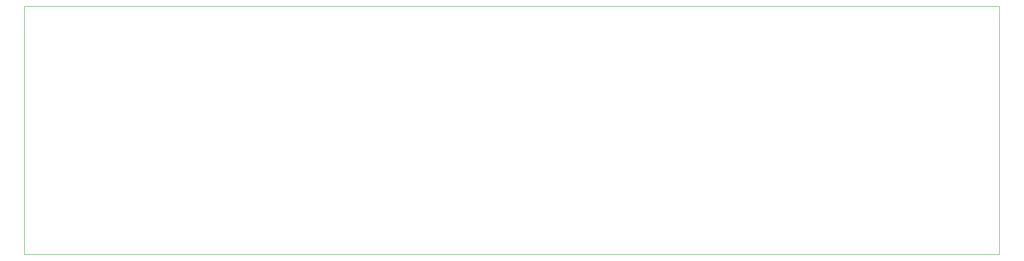
<source format=gko>
G04 #@! TF.FileFunction,Profile,NP*
%FSLAX46Y46*%
G04 Gerber Fmt 4.6, Leading zero omitted, Abs format (unit mm)*
G04 Created by KiCad (PCBNEW 4.0.2-stable) date Thursday, June 23, 2016 'PMt' 05:50:02 PM*
%MOMM*%
G01*
G04 APERTURE LIST*
%ADD10C,0.150000*%
G04 APERTURE END LIST*
D10*
X29083000Y-19558000D02*
X29083000Y-114000000D01*
X399542000Y-19558000D02*
X29083000Y-19558000D01*
X399542000Y-114000000D02*
X399542000Y-19558000D01*
X29083000Y-114000000D02*
X399542000Y-114000000D01*
M02*

</source>
